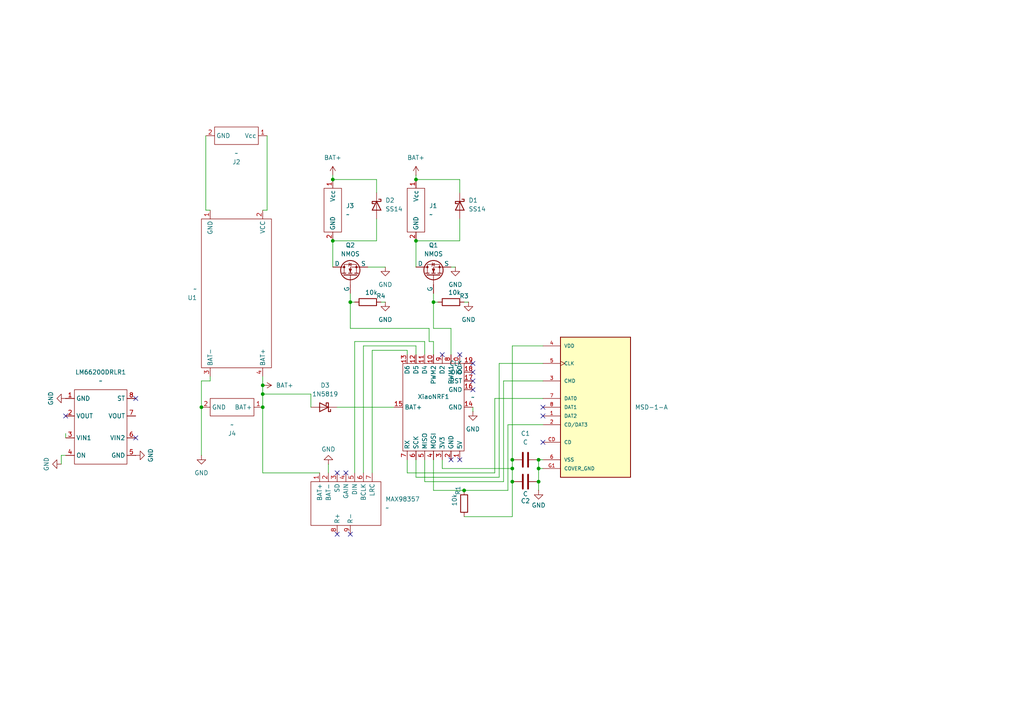
<source format=kicad_sch>
(kicad_sch (version 20250114) (generator "eeschema") (generator_version "9.0")
  (paper "A4")
  (lib_symbols
    (symbol "Device:C" (pin_numbers (hide yes)) (pin_names (offset 0.254))
      (property "Reference" "C" (at 0.635 2.54 0))
      (property "Value" "C" (at 0.635 -2.54 0))
      (symbol "C_0_1"
        (polyline (pts (xy -2.032 0.762) (xy 2.032 0.762)) (stroke (width 0.508)))
        (polyline (pts (xy -2.032 -0.762) (xy 2.032 -0.762)) (stroke (width 0.508)))
      )
      (symbol "C_1_1"
        (pin passive line (at 0 3.81 270) (length 2.794) (name "~") (number "1"))
        (pin passive line (at 0 -3.81 90) (length 2.794) (name "~") (number "2"))
      )
    )
    (symbol "Device:R" (pin_numbers (hide yes)) (pin_names (offset 0))
      (property "Reference" "R" (at 2.032 0 90))
      (property "Value" "R" (at 0 0 90))
      (symbol "R_0_1"
        (rectangle (start -1.016 -2.54) (end 1.016 2.54) (stroke (width 0.254)))
      )
      (symbol "R_1_1"
        (pin passive line (at 0 3.81 270) (length 1.27) (name "~") (number "1"))
        (pin passive line (at 0 -3.81 90) (length 1.27) (name "~") (number "2"))
      )
    )
    (symbol "Diode:1N5819" (pin_numbers (hide yes)) (pin_names (offset 1.016) (hide yes))
      (property "Reference" "D" (at 0 2.54 0))
      (property "Value" "1N5819" (at 0 -2.54 0))
      (symbol "1N5819_0_1"
        (polyline (pts (xy -1.905 0.635) (xy -1.905 1.27) (xy -1.27 1.27) (xy -1.27 -1.27) (xy -0.635 -1.27) (xy -0.635 -0.635)) (stroke (width 0.254)))
        (polyline (pts (xy 1.27 1.27) (xy 1.27 -1.27) (xy -1.27 0) (xy 1.27 1.27)) (stroke (width 0.254)))
        (polyline (pts (xy 1.27 0) (xy -1.27 0)))
      )
      (symbol "1N5819_1_1"
        (pin passive line (at -3.81 0 0) (length 2.54) (name "K") (number "1"))
        (pin passive line (at 3.81 0 180) (length 2.54) (name "A") (number "2"))
      )
    )
    (symbol "Diode:SS14" (pin_numbers (hide yes)) (pin_names (offset 1.016) (hide yes))
      (property "Reference" "D" (at 0 2.54 0))
      (property "Value" "SS14" (at 0 -2.54 0))
      (symbol "SS14_0_1"
        (polyline (pts (xy -1.905 0.635) (xy -1.905 1.27) (xy -1.27 1.27) (xy -1.27 -1.27) (xy -0.635 -1.27) (xy -0.635 -0.635)) (stroke (width 0.254)))
        (polyline (pts (xy 1.27 1.27) (xy 1.27 -1.27) (xy -1.27 0) (xy 1.27 1.27)) (stroke (width 0.254)))
        (polyline (pts (xy 1.27 0) (xy -1.27 0)))
      )
      (symbol "SS14_1_1"
        (pin passive line (at -3.81 0 0) (length 2.54) (name "K") (number "1"))
        (pin passive line (at 3.81 0 180) (length 2.54) (name "A") (number "2"))
      )
    )
    (symbol "NotinKi:LM66200DRLR"
      (property "Reference" "LM66200DRLR" (at 0 0 0))
      (symbol "LM66200DRLR_0_1"
        (rectangle (start -7.62 10.16) (end 7.62 -11.43))
      )
      (symbol "LM66200DRLR_1_1"
        (pin power_out line (at -10.16 7.62 0) (length 2.54) (name "GND") (number "1"))
        (pin power_out line (at -10.16 2.54 0) (length 2.54) (name "VOUT") (number "2"))
        (pin power_in line (at -10.16 -3.81 0) (length 2.54) (name "VIN1") (number "3"))
        (pin input line (at -10.16 -8.89 0) (length 2.54) (name "ON") (number "4"))
        (pin input line (at 10.16 7.62 180) (length 2.54) (name "ST") (number "8"))
        (pin power_out line (at 10.16 2.54 180) (length 2.54) (name "VOUT") (number "7"))
        (pin power_in line (at 10.16 -3.81 180) (length 2.54) (name "VIN2") (number "6"))
        (pin power_out line (at 10.16 -8.89 180) (length 2.54) (name "GND") (number "5"))
      )
    )
    (symbol "NotinKi:Lipolcharger"
      (property "Reference" "U" (at 0 0 0))
      (symbol "Lipolcharger_0_1"
        (rectangle (start -21.59 10.16) (end 21.59 -10.16))
      )
      (symbol "Lipolcharger_1_1"
        (pin power_in line (at -24.13 7.62 0) (length 2.54) (name "BAT-") (number "3"))
        (pin power_out line (at -24.13 -7.62 0) (length 2.54) (name "BAT+") (number "4"))
        (pin power_in line (at 24.13 7.62 180) (length 2.54) (name "GND") (number "1"))
        (pin power_out line (at 24.13 -7.62 180) (length 2.54) (name "VCC") (number "2"))
      )
    )
    (symbol "NotinKi:MAX98357"
      (property "Reference" "U" (at 0 -5.08 0))
      (symbol "MAX98357_0_1"
        (rectangle (start -6.35 10.16) (end 6.35 -10.16))
      )
      (symbol "MAX98357_1_1"
        (pin power_out line (at -8.89 2.54 0) (length 2.54) (name "R+") (number "8"))
        (pin power_in line (at -8.89 -1.27 0) (length 2.54) (name "R-") (number "9"))
        (pin power_out line (at 8.89 7.62 180) (length 2.54) (name "BAT+") (number "1"))
        (pin power_in line (at 8.89 5.08 180) (length 2.54) (name "BAT-") (number "2"))
        (pin input line (at 8.89 2.54 180) (length 2.54) (name "SD") (number "3"))
        (pin input line (at 8.89 0 180) (length 2.54) (name "GAIN") (number "4"))
        (pin input line (at 8.89 -2.54 180) (length 2.54) (name "DIN") (number "5"))
        (pin input line (at 8.89 -5.08 180) (length 2.54) (name "BCLK") (number "6"))
        (pin input line (at 8.89 -7.62 180) (length 2.54) (name "LRC") (number "7"))
      )
    )
    (symbol "NotinKi:MSD-1-A" (pin_names (offset 1.016))
      (property "Value" "MSD-1-A" (at -10.16 -22.86 0))
      (symbol "MSD-1-A_0_0"
        (rectangle (start -10.16 -20.32) (end 10.16 20.32) (stroke (width 0.254)) (fill (type background)))
        (pin power_in line (at -15.24 17.78 0) (length 5.08) (name "VDD") (number "4"))
        (pin input clock (at -15.24 12.7 0) (length 5.08) (name "CLK") (number "5"))
        (pin bidirectional line (at -15.24 7.62 0) (length 5.08) (name "CMD") (number "3"))
        (pin bidirectional line (at -15.24 2.54 0) (length 5.08) (name "DAT0") (number "7"))
        (pin bidirectional line (at -15.24 0 0) (length 5.08) (name "DAT1") (number "8"))
        (pin bidirectional line (at -15.24 -2.54 0) (length 5.08) (name "DAT2") (number "1"))
        (pin bidirectional line (at -15.24 -5.08 0) (length 5.08) (name "CD/DAT3") (number "2"))
        (pin passive line (at -15.24 -10.16 0) (length 5.08) (name "CD") (number "CD"))
        (pin power_in line (at -15.24 -15.24 0) (length 5.08) (name "VSS") (number "6"))
        (pin power_in line (at -15.24 -17.78 0) (length 5.08) (name "COVER_GND") (number "G1"))
        (pin power_in line (at -15.24 -17.78 0) (length 5.08) (hide yes) (name "COVER_GND") (number "G2"))
        (pin power_in line (at -15.24 -17.78 0) (length 5.08) (hide yes) (name "COVER_GND") (number "G3"))
        (pin power_in line (at -15.24 -17.78 0) (length 5.08) (hide yes) (name "COVER_GND") (number "G4"))
      )
    )
    (symbol "NotinKi:Xiao_Nrf52840"
      (property "Reference" "U" (at 0 0 0))
      (symbol "Xiao_Nrf52840_0_1"
        (rectangle (start -12.6999 8.89) (end 12.6999 -8.89))
      )
      (symbol "Xiao_Nrf52840_1_1"
        (pin output line (at -15.24 7.62 0) (length 2.54) (name "RX") (number "7"))
        (pin output line (at -15.24 5.08 0) (length 2.54) (name "SCK") (number "6"))
        (pin output line (at -15.24 2.54 0) (length 2.54) (name "MISO") (number "5"))
        (pin output line (at -15.24 0 0) (length 2.54) (name "MOSI") (number "4"))
        (pin power_out line (at -15.24 -2.54 0) (length 2.54) (name "3V3") (number "3"))
        (pin power_in line (at -15.24 -5.08 0) (length 2.54) (name "GND") (number "2"))
        (pin power_out line (at -15.24 -7.62 0) (length 2.54) (name "5V") (number "1"))
        (pin power_out line (at 0 11.43 270) (length 2.54) (name "BAT+") (number "15"))
        (pin power_in line (at 0 -11.43 90) (length 2.54) (name "GND") (number "14"))
        (pin power_in line (at 5.08 -11.43 90) (length 2.54) (name "GND") (number "16"))
        (pin input line (at 7.62 -11.43 90) (length 2.54) (name "RST") (number "17"))
        (pin input line (at 10.16 -11.43 90) (length 2.54) (name "DIO") (number "18"))
        (pin input line (at 12.7 -11.43 90) (length 2.54) (name "CLK") (number "19"))
        (pin output line (at 15.24 7.62 180) (length 2.54) (name "D6") (number "13"))
        (pin output line (at 15.24 5.08 180) (length 2.54) (name "D5") (number "12"))
        (pin output line (at 15.24 2.54 180) (length 2.54) (name "D4") (number "11"))
        (pin output line (at 15.24 0 180) (length 2.54) (name "PWM2") (number "10"))
        (pin output line (at 15.24 -2.54 180) (length 2.54) (name "D2") (number "9"))
        (pin output line (at 15.24 -5.08 180) (length 2.54) (name "PWM1") (number "8"))
        (pin output line (at 15.24 -7.62 180) (length 2.54) (name "D0") (number "0"))
      )
    )
    (symbol "NotinKi:microJST"
      (property "Reference" "J3" (at 0 0 0))
      (symbol "microJST_0_1"
        (rectangle (start -2.54 6.35) (end 2.54 -6.35))
      )
      (symbol "microJST_1_1"
        (pin power_in line (at 0 8.89 270) (length 2.54) (name "Vcc") (number "1"))
        (pin power_out line (at 0 -8.89 90) (length 2.54) (name "GND") (number "2"))
      )
    )
    (symbol "Simulation_SPICE:NMOS" (pin_numbers (hide yes)) (pin_names (offset 0))
      (property "Reference" "Q" (at 5.08 1.27 0))
      (property "Value" "NMOS" (at 5.08 -1.27 0))
      (symbol "NMOS_0_1"
        (polyline (pts (xy 0.254 1.905) (xy 0.254 -1.905)) (stroke (width 0.254)))
        (polyline (pts (xy 0.254 0) (xy -2.54 0)))
        (polyline (pts (xy 0.762 2.286) (xy 0.762 1.27)) (stroke (width 0.254)))
        (polyline (pts (xy 0.762 0.508) (xy 0.762 -0.508)) (stroke (width 0.254)))
        (polyline (pts (xy 0.762 -1.27) (xy 0.762 -2.286)) (stroke (width 0.254)))
        (polyline (pts (xy 0.762 -1.778) (xy 3.302 -1.778) (xy 3.302 1.778) (xy 0.762 1.778)))
        (polyline (pts (xy 1.016 0) (xy 2.032 0.381) (xy 2.032 -0.381) (xy 1.016 0)) (fill (type outline)))
        (circle (center 1.651 0) (radius 2.794) (stroke (width 0.254)))
        (polyline (pts (xy 2.54 2.54) (xy 2.54 1.778)))
        (circle (center 2.54 1.778) (radius 0.254) (fill (type outline)))
        (circle (center 2.54 -1.778) (radius 0.254) (fill (type outline)))
        (polyline (pts (xy 2.54 -2.54) (xy 2.54 0) (xy 0.762 0)))
        (polyline (pts (xy 2.794 0.508) (xy 2.921 0.381) (xy 3.683 0.381) (xy 3.81 0.254)))
        (polyline (pts (xy 3.302 0.381) (xy 2.921 -0.254) (xy 3.683 -0.254) (xy 3.302 0.381)))
      )
      (symbol "NMOS_1_1"
        (pin input line (at -5.08 0 0) (length 2.54) (name "G") (number "2"))
        (pin passive line (at 2.54 5.08 270) (length 2.54) (name "D") (number "1"))
        (pin passive line (at 2.54 -5.08 90) (length 2.54) (name "S") (number "3"))
      )
    )
    (symbol "microJST_1"
      (property "Reference" "J4" (at 7.62 0 90))
      (property "Value" "~" (at 5.08 0 90))
      (symbol "microJST_1_0_1"
        (rectangle (start -2.54 6.35) (end 2.54 -6.35))
      )
      (symbol "microJST_1_1_1"
        (pin power_in line (at 0 8.89 270) (length 2.54) (name "BAT+") (number "1"))
        (pin power_out line (at 0 -8.89 90) (length 2.54) (name "GND") (number "2"))
      )
    )
    (symbol "power:GND" (power) (pin_numbers (hide yes)) (pin_names (offset 0) (hide yes))
      (property "Value" "GND" (at 0 -3.81 0))
      (symbol "GND_0_1"
        (polyline (pts (xy 0 0) (xy 0 -1.27) (xy 1.27 -1.27) (xy 0 -2.54) (xy -1.27 -1.27) (xy 0 -1.27)))
      )
      (symbol "GND_1_1"
        (pin power_in line (at 0 0 270) (length 0) (name "~") (number "1"))
      )
    )
    (symbol "power:VCC" (power) (pin_numbers (hide yes)) (pin_names (offset 0) (hide yes))
      (property "Value" "VCC" (at 0 3.556 0))
      (symbol "VCC_0_1"
        (polyline (pts (xy -0.762 1.27) (xy 0 2.54)))
        (polyline (pts (xy 0 2.54) (xy 0.762 1.27)))
        (polyline (pts (xy 0 0) (xy 0 2.54)))
      )
      (symbol "VCC_1_1"
        (pin power_in line (at 0 0 90) (length 0) (name "~") (number "1"))
      )
    )
  )
  (junction (at 101.6 87.63))
  (junction (at 148.59 135.89))
  (junction (at 96.52 69.85))
  (junction (at 148.59 133.35))
  (junction (at 134.62 142.24))
  (junction (at 156.21 133.35))
  (junction (at 96.52 52.07))
  (junction (at 58.42 118.11))
  (junction (at 120.65 52.07))
  (junction (at 148.59 139.7))
  (junction (at 156.21 135.89))
  (junction (at 76.2 118.11))
  (junction (at 156.21 139.7))
  (junction (at 120.65 69.85))
  (junction (at 76.2 114.3))
  (junction (at 125.73 87.63))
  (junction (at 76.2 111.76))
  (no_connect (at 133.35 102.87))
  (no_connect (at 157.48 118.11))
  (no_connect (at 97.79 137.16))
  (no_connect (at 101.6 154.94))
  (no_connect (at 128.27 102.87))
  (no_connect (at 39.37 127))
  (no_connect (at 133.35 133.35))
  (no_connect (at 157.48 128.27))
  (no_connect (at 137.16 107.95))
  (no_connect (at 97.79 154.94))
  (no_connect (at 137.16 113.03))
  (no_connect (at 100.33 137.16))
  (no_connect (at 130.81 133.35))
  (no_connect (at 137.16 105.41))
  (no_connect (at 137.16 110.49))
  (no_connect (at 157.48 120.65))
  (no_connect (at 19.05 120.65))
  (no_connect (at 39.37 115.57))
  (wire (pts (xy 109.22 52.07) (xy 96.52 52.07)))
  (wire (pts (xy 128.27 135.89) (xy 128.27 133.35)))
  (wire (pts (xy 102.87 87.63) (xy 101.6 87.63)))
  (wire (pts (xy 147.32 123.19) (xy 147.32 142.24)))
  (wire (pts (xy 156.21 133.35) (xy 156.21 135.89)))
  (wire (pts (xy 132.08 77.47) (xy 130.81 77.47)))
  (wire (pts (xy 120.65 69.85) (xy 120.65 77.47)))
  (wire (pts (xy 105.41 137.16) (xy 105.41 100.33)))
  (wire (pts (xy 133.35 52.07) (xy 120.65 52.07)))
  (wire (pts (xy 118.11 101.6) (xy 118.11 102.87)))
  (wire (pts (xy 118.11 137.16) (xy 118.11 133.35)))
  (wire (pts (xy 156.21 135.89) (xy 157.48 135.89)))
  (wire (pts (xy 125.73 85.09) (xy 125.73 87.63)))
  (wire (pts (xy 134.62 149.86) (xy 148.59 149.86)))
  (wire (pts (xy 107.95 137.16) (xy 107.95 101.6)))
  (wire (pts (xy 120.65 138.43) (xy 144.78 138.43)))
  (wire (pts (xy 156.21 135.89) (xy 156.21 139.7)))
  (wire (pts (xy 109.22 69.85) (xy 109.22 63.5)))
  (wire (pts (xy 157.48 110.49) (xy 146.05 110.49)))
  (wire (pts (xy 144.78 105.41) (xy 144.78 138.43)))
  (wire (pts (xy 58.42 110.49) (xy 60.96 110.49)))
  (wire (pts (xy 130.81 95.25) (xy 125.73 95.25)))
  (wire (pts (xy 109.22 52.07) (xy 109.22 55.88)))
  (wire (pts (xy 58.42 118.11) (xy 58.42 132.08)))
  (wire (pts (xy 77.47 39.37) (xy 77.47 60.96)))
  (wire (pts (xy 123.19 139.7) (xy 123.19 133.35)))
  (wire (pts (xy 107.95 101.6) (xy 118.11 101.6)))
  (wire (pts (xy 157.48 133.35) (xy 156.21 133.35)))
  (wire (pts (xy 105.41 100.33) (xy 120.65 100.33)))
  (wire (pts (xy 76.2 111.76) (xy 76.2 114.3)))
  (wire (pts (xy 133.35 69.85) (xy 133.35 63.5)))
  (wire (pts (xy 59.69 60.96) (xy 60.96 60.96)))
  (wire (pts (xy 127 87.63) (xy 125.73 87.63)))
  (wire (pts (xy 17.78 134.62) (xy 17.78 132.08)))
  (wire (pts (xy 60.96 110.49) (xy 60.96 109.22)))
  (wire (pts (xy 109.22 69.85) (xy 96.52 69.85)))
  (wire (pts (xy 95.25 134.62) (xy 95.25 137.16)))
  (wire (pts (xy 143.51 115.57) (xy 143.51 137.16)))
  (wire (pts (xy 157.48 105.41) (xy 144.78 105.41)))
  (wire (pts (xy 96.52 50.8) (xy 96.52 52.07)))
  (wire (pts (xy 111.76 87.63) (xy 110.49 87.63)))
  (wire (pts (xy 120.65 138.43) (xy 120.65 133.35)))
  (wire (pts (xy 120.65 50.8) (xy 120.65 52.07)))
  (wire (pts (xy 148.59 139.7) (xy 148.59 135.89)))
  (wire (pts (xy 123.19 139.7) (xy 146.05 139.7)))
  (wire (pts (xy 125.73 142.24) (xy 125.73 133.35)))
  (wire (pts (xy 133.35 69.85) (xy 120.65 69.85)))
  (wire (pts (xy 148.59 133.35) (xy 148.59 100.33)))
  (wire (pts (xy 97.79 118.11) (xy 114.3 118.11)))
  (wire (pts (xy 157.48 115.57) (xy 143.51 115.57)))
  (wire (pts (xy 90.17 114.3) (xy 90.17 118.11)))
  (wire (pts (xy 101.6 85.09) (xy 101.6 87.63)))
  (wire (pts (xy 123.19 99.06) (xy 123.19 102.87)))
  (wire (pts (xy 90.17 114.3) (xy 76.2 114.3)))
  (wire (pts (xy 148.59 100.33) (xy 157.48 100.33)))
  (wire (pts (xy 19.05 125.73) (xy 19.05 127)))
  (wire (pts (xy 134.62 142.24) (xy 147.32 142.24)))
  (wire (pts (xy 101.6 95.25) (xy 124.46 95.25)))
  (wire (pts (xy 137.16 118.11) (xy 137.16 119.38)))
  (wire (pts (xy 96.52 69.85) (xy 96.52 77.47)))
  (wire (pts (xy 146.05 110.49) (xy 146.05 139.7)))
  (wire (pts (xy 125.73 102.87) (xy 125.73 99.06)))
  (wire (pts (xy 111.76 77.47) (xy 106.68 77.47)))
  (wire (pts (xy 17.78 132.08) (xy 19.05 132.08)))
  (wire (pts (xy 76.2 137.16) (xy 92.71 137.16)))
  (wire (pts (xy 130.81 102.87) (xy 130.81 95.25)))
  (wire (pts (xy 76.2 114.3) (xy 76.2 118.11)))
  (wire (pts (xy 128.27 135.89) (xy 148.59 135.89)))
  (wire (pts (xy 118.11 137.16) (xy 143.51 137.16)))
  (wire (pts (xy 77.47 60.96) (xy 76.2 60.96)))
  (wire (pts (xy 124.46 99.06) (xy 125.73 99.06)))
  (wire (pts (xy 124.46 95.25) (xy 124.46 99.06)))
  (wire (pts (xy 157.48 123.19) (xy 147.32 123.19)))
  (wire (pts (xy 120.65 100.33) (xy 120.65 102.87)))
  (wire (pts (xy 125.73 142.24) (xy 134.62 142.24)))
  (wire (pts (xy 101.6 87.63) (xy 101.6 95.25)))
  (wire (pts (xy 76.2 118.11) (xy 76.2 137.16)))
  (wire (pts (xy 133.35 52.07) (xy 133.35 55.88)))
  (wire (pts (xy 135.89 87.63) (xy 134.62 87.63)))
  (wire (pts (xy 125.73 87.63) (xy 125.73 95.25)))
  (wire (pts (xy 156.21 139.7) (xy 156.21 142.24)))
  (wire (pts (xy 102.87 99.06) (xy 123.19 99.06)))
  (wire (pts (xy 59.69 39.37) (xy 59.69 60.96)))
  (wire (pts (xy 148.59 149.86) (xy 148.59 139.7)))
  (wire (pts (xy 148.59 135.89) (xy 148.59 133.35)))
  (wire (pts (xy 76.2 109.22) (xy 76.2 111.76)))
  (wire (pts (xy 58.42 118.11) (xy 58.42 110.49)))
  (wire (pts (xy 102.87 137.16) (xy 102.87 99.06)))
  (symbol (lib_id "Device:R") (at 130.81 87.63 90) (unit 1)
    (property "Reference" "R3" (at 134.62 85.852 90))
    (property "Value" "10k" (at 131.826 84.836 90))
    (property "Footprint" "Resistor_SMD:R_0805_2012Metric_Pad1.20x1.40mm_HandSolder" (effects (hide yes)))
    (property "Description" "Resistor" (effects (hide yes)))
  )
  (symbol (lib_id "power:GND") (at 95.25 134.62 180) (unit 1)
    (property "Reference" "#PWR08" (effects (hide yes)))
    (property "Value" "GND" (at 95.25 130.302 0))
    (property "Description" "Power symbol creates a global label with name \"GND\" , ground" (effects (hide yes)))
  )
  (symbol (lib_id "NotinKi:Xiao_Nrf52840") (at 125.73 118.11 90) (unit 1)
    (property "Reference" "XiaoNRF1" (at 125.73 115.062 90))
    (property "Value" "~" (at 137.16 115.2046 90))
    (property "Footprint" "NotinKiFoot:XiaoTrace" (effects (hide yes)))
  )
  (symbol (lib_id "power:VCC") (at 120.65 50.8 0) (unit 1)
    (property "Reference" "#PWR05" (effects (hide yes)))
    (property "Value" "BAT+" (at 120.65 45.72 0))
    (property "Description" "Power symbol creates a global label with name \"VCC\"" (effects (hide yes)))
  )
  (symbol (lib_id "NotinKi:MSD-1-A") (at 172.72 118.11 0) (unit 1)
    (property "Reference" "J5" (effects (hide yes)))
    (property "Value" "MSD-1-A" (at 184.15 118.1099 0) (effects (justify left)))
    (property "Footprint" "NotinKiFoot:CUI_MSD-1-A" (effects (hide yes)))
    (property "MF" "Same Sky" (effects (hide yes)))
    (property "MAXIMUM_PACKAGE_HEIGHT" "2.00mm" (effects (hide yes)))
    (property "Package" "None" (effects (hide yes)))
    (property "Price" "None" (effects (hide yes)))
    (property "Check_prices" "https://www.snapeda.com/parts/MSD-1-A/Same+Sky/view-part/?ref=eda" (effects (hide yes)))
    (property "STANDARD" "Manufacturer Recommendations" (effects (hide yes)))
    (property "PARTREV" "1.0" (effects (hide yes)))
    (property "SnapEDA_Link" "https://www.snapeda.com/parts/MSD-1-A/Same+Sky/view-part/?ref=snap" (effects (hide yes)))
    (property "MP" "MSD-1-A" (effects (hide yes)))
    (property "Description_1" "Micro SD Card Connector, 9 Positions, Connector and Ejector, Push In, Auto Eject Out, Surface Mount, 1.8 mm Height Above Board, Gold Flash" (effects (hide yes)))
    (property "Availability" "In Stock" (effects (hide yes)))
    (property "MANUFACTURER" "CUI Devices" (effects (hide yes)))
  )
  (symbol (lib_id "power:GND") (at 111.76 87.63 0) (unit 1)
    (property "Reference" "#PWR06" (effects (hide yes)))
    (property "Value" "GND" (at 111.76 92.71 0))
    (property "Description" "Power symbol creates a global label with name \"GND\" , ground" (effects (hide yes)))
  )
  (symbol (lib_id "Simulation_SPICE:NMOS") (at 125.73 80.01 90) (unit 1)
    (property "Reference" "Q1" (at 125.73 71.12 90))
    (property "Value" "NMOS" (at 125.73 73.66 90))
    (property "Footprint" "Package_TO_SOT_SMD:TSOT-23" (effects (hide yes)))
    (property "Datasheet" "https://ngspice.sourceforge.io/docs/ngspice-html-manual/manual.xhtml#cha_MOSFETs" (effects (hide yes)))
    (property "Description" "N-MOSFET transistor, drain/source/gate" (effects (hide yes)))
    (property "Sim.Device" "NMOS" (effects (hide yes)))
    (property "Sim.Type" "VDMOS" (effects (hide yes)))
    (property "Sim.Pins" "1=D 2=G 3=S" (effects (hide yes)))
  )
  (symbol (lib_id "Simulation_SPICE:NMOS") (at 101.6 80.01 90) (unit 1)
    (property "Reference" "Q2" (at 101.6 71.12 90))
    (property "Value" "NMOS" (at 101.6 73.66 90))
    (property "Footprint" "Package_TO_SOT_SMD:TSOT-23" (effects (hide yes)))
    (property "Datasheet" "https://ngspice.sourceforge.io/docs/ngspice-html-manual/manual.xhtml#cha_MOSFETs" (effects (hide yes)))
    (property "Description" "N-MOSFET transistor, drain/source/gate" (effects (hide yes)))
    (property "Sim.Device" "NMOS" (effects (hide yes)))
    (property "Sim.Type" "VDMOS" (effects (hide yes)))
    (property "Sim.Pins" "1=D 2=G 3=S" (effects (hide yes)))
  )
  (symbol (lib_id "NotinKi:microJST") (at 120.65 60.96 0) (unit 1)
    (property "Reference" "J1" (at 124.46 59.6899 0) (effects (justify left)))
    (property "Value" "~" (at 124.46 62.2299 0) (effects (justify left)))
    (property "Footprint" "NotinKiFoot:JST_My" (effects (hide yes)))
  )
  (symbol (lib_id "Diode:SS14") (at 109.22 59.69 270) (unit 1)
    (property "Reference" "D2" (at 111.76 58.1024 90) (effects (justify left)))
    (property "Value" "SS14" (at 111.76 60.6424 90) (effects (justify left)))
    (property "Footprint" "Diode_SMD:D_SMA" (effects (hide yes)))
    (property "Datasheet" "https://www.vishay.com/docs/88746/ss12.pdf" (effects (hide yes)))
    (property "Description" "40V 1A Schottky Diode, SMA" (effects (hide yes)))
  )
  (symbol (lib_id "power:GND") (at 17.78 134.62 270) (unit 1)
    (property "Reference" "#PWR013" (effects (hide yes)))
    (property "Value" "GND" (at 13.462 134.62 0))
    (property "Description" "Power symbol creates a global label with name \"GND\" , ground" (effects (hide yes)))
  )
  (symbol (lib_id "power:GND") (at 135.89 87.63 0) (unit 1)
    (property "Reference" "#PWR02" (effects (hide yes)))
    (property "Value" "GND" (at 135.89 92.71 0))
    (property "Description" "Power symbol creates a global label with name \"GND\" , ground" (effects (hide yes)))
  )
  (symbol (lib_id "power:VCC") (at 76.2 111.76 270) (unit 1)
    (property "Reference" "#PWR010" (effects (hide yes)))
    (property "Value" "BAT+" (at 80.01 111.7599 90) (effects (justify left)))
    (property "Description" "Power symbol creates a global label with name \"VCC\"" (effects (hide yes)))
  )
  (symbol (lib_id "power:VCC") (at 96.52 50.8 0) (unit 1)
    (property "Reference" "#PWR01" (effects (hide yes)))
    (property "Value" "BAT+" (at 96.52 45.72 0))
    (property "Description" "Power symbol creates a global label with name \"VCC\"" (effects (hide yes)))
  )
  (symbol (lib_id "power:GND") (at 19.05 115.57 270) (unit 1)
    (property "Reference" "#PWR012" (effects (hide yes)))
    (property "Value" "GND" (at 14.732 115.57 0))
    (property "Description" "Power symbol creates a global label with name \"GND\" , ground" (effects (hide yes)))
  )
  (symbol (lib_id "power:GND") (at 39.37 132.08 90) (unit 1)
    (property "Reference" "#PWR011" (effects (hide yes)))
    (property "Value" "GND" (at 43.688 132.08 0))
    (property "Description" "Power symbol creates a global label with name \"GND\" , ground" (effects (hide yes)))
  )
  (symbol (lib_id "power:GND") (at 111.76 77.47 0) (unit 1)
    (property "Reference" "#PWR04" (effects (hide yes)))
    (property "Value" "GND" (at 111.76 82.55 0))
    (property "Description" "Power symbol creates a global label with name \"GND\" , ground" (effects (hide yes)))
  )
  (symbol (lib_id "NotinKi:microJST") (at 68.58 39.37 270) (unit 1)
    (property "Reference" "J2" (at 68.58 46.99 90))
    (property "Value" "~" (at 68.58 44.45 90))
    (property "Footprint" "NotinKiFoot:JST_My" (effects (hide yes)))
  )
  (symbol (lib_id "power:GND") (at 137.16 119.38 0) (unit 1)
    (property "Reference" "#PWR09" (effects (hide yes)))
    (property "Value" "GND" (at 137.16 124.46 0))
    (property "Description" "Power symbol creates a global label with name \"GND\" , ground" (effects (hide yes)))
  )
  (symbol (lib_id "Device:C") (at 152.4 139.7 90) (unit 1)
    (property "Reference" "C2" (at 152.4 145.288 90))
    (property "Value" "C" (at 152.4 143.256 90))
    (property "Footprint" "Capacitor_SMD:C_0603_1608Metric_Pad1.08x0.95mm_HandSolder" (effects (hide yes)))
    (property "Description" "Unpolarized capacitor" (effects (hide yes)))
  )
  (symbol (lib_id "NotinKi:MAX98357") (at 100.33 146.05 90) (unit 1)
    (property "Reference" "MAX98357" (at 111.76 144.7799 90) (effects (justify right)))
    (property "Value" "~" (at 111.76 147.3199 90) (effects (justify right)))
    (property "Footprint" "NotinKiFoot:MAX98357Footprint" (effects (hide yes)))
  )
  (symbol (lib_id "Device:C") (at 152.4 133.35 90) (unit 1)
    (property "Reference" "C1" (at 152.4 125.73 90))
    (property "Value" "C" (at 152.4 128.27 90))
    (property "Footprint" "Capacitor_SMD:C_0402_1005Metric_Pad0.74x0.62mm_HandSolder" (effects (hide yes)))
    (property "Description" "Unpolarized capacitor" (effects (hide yes)))
  )
  (symbol (lib_id "Diode:1N5819") (at 93.98 118.11 180) (unit 1)
    (property "Reference" "D3" (at 94.2975 111.76 0))
    (property "Value" "1N5819" (at 94.2975 114.3 0))
    (property "Footprint" "Diode_THT:D_DO-41_SOD81_P10.16mm_Horizontal" (effects (hide yes)))
    (property "Datasheet" "http://www.vishay.com/docs/88525/1n5817.pdf" (effects (hide yes)))
    (property "Description" "40V 1A Schottky Barrier Rectifier Diode, DO-41" (effects (hide yes)))
  )
  (symbol (lib_name "microJST_1") (lib_id "NotinKi:microJST") (at 67.31 118.11 270) (unit 1)
    (property "Reference" "J4" (at 67.31 125.73 90))
    (property "Value" "~" (at 67.31 123.19 90))
    (property "Footprint" "NotinKiFoot:JST_My" (effects (hide yes)))
  )
  (symbol (lib_id "NotinKi:microJST") (at 96.52 60.96 0) (unit 1)
    (property "Reference" "J3" (at 100.33 59.6899 0) (effects (justify left)))
    (property "Value" "~" (at 100.33 62.2299 0) (effects (justify left)))
    (property "Footprint" "NotinKiFoot:JST_My" (effects (hide yes)))
  )
  (symbol (lib_id "power:GND") (at 58.42 132.08 0) (unit 1)
    (property "Reference" "#PWR07" (effects (hide yes)))
    (property "Value" "GND" (at 58.42 137.16 0))
    (property "Description" "Power symbol creates a global label with name \"GND\" , ground" (effects (hide yes)))
  )
  (symbol (lib_id "power:GND") (at 156.21 142.24 0) (unit 1)
    (property "Reference" "#PWR014" (effects (hide yes)))
    (property "Value" "GND" (at 156.21 146.558 0))
    (property "Description" "Power symbol creates a global label with name \"GND\" , ground" (effects (hide yes)))
  )
  (symbol (lib_id "NotinKi:LM66200DRLR") (at 29.21 123.19 0) (unit 1)
    (property "Reference" "LM66200DRLR1" (at 29.21 107.95 0))
    (property "Value" "~" (at 29.21 110.49 0))
    (property "Footprint" "Package_TO_SOT_SMD:SOT-583-8" (effects (hide yes)))
  )
  (symbol (lib_id "Device:R") (at 134.62 146.05 180) (unit 1)
    (property "Reference" "R1" (at 132.842 142.24 90))
    (property "Value" "10k" (at 131.826 145.034 90))
    (property "Footprint" "Resistor_SMD:R_0805_2012Metric_Pad1.20x1.40mm_HandSolder" (effects (hide yes)))
    (property "Description" "Resistor" (effects (hide yes)))
  )
  (symbol (lib_id "Device:R") (at 106.68 87.63 90) (unit 1)
    (property "Reference" "R4" (at 110.49 85.852 90))
    (property "Value" "10k" (at 107.696 84.836 90))
    (property "Footprint" "Resistor_SMD:R_0805_2012Metric_Pad1.20x1.40mm_HandSolder" (effects (hide yes)))
    (property "Description" "Resistor" (effects (hide yes)))
  )
  (symbol (lib_id "NotinKi:Lipolcharger") (at 68.58 85.09 90) (unit 1)
    (property "Reference" "U1" (at 57.15 86.3601 90) (effects (justify left)))
    (property "Value" "~" (at 57.15 83.8201 90) (effects (justify left)))
    (property "Footprint" "NotinKiFoot:Lipolchargerfoot" (effects (hide yes)))
  )
  (symbol (lib_id "Diode:SS14") (at 133.35 59.69 270) (unit 1)
    (property "Reference" "D1" (at 135.89 58.1024 90) (effects (justify left)))
    (property "Value" "SS14" (at 135.89 60.6424 90) (effects (justify left)))
    (property "Footprint" "Diode_SMD:D_SMA" (effects (hide yes)))
    (property "Datasheet" "https://www.vishay.com/docs/88746/ss12.pdf" (effects (hide yes)))
    (property "Description" "40V 1A Schottky Diode, SMA" (effects (hide yes)))
  )
  (symbol (lib_id "power:GND") (at 132.08 77.47 0) (unit 1)
    (property "Reference" "#PWR03" (effects (hide yes)))
    (property "Value" "GND" (at 132.08 82.55 0))
    (property "Description" "Power symbol creates a global label with name \"GND\" , ground" (effects (hide yes)))
  )
)
</source>
